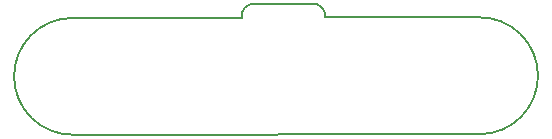
<source format=gm1>
G04 #@! TF.GenerationSoftware,KiCad,Pcbnew,(6.0.0)*
G04 #@! TF.CreationDate,2022-01-15T11:29:00+07:00*
G04 #@! TF.ProjectId,Unified-Daughterboard,556e6966-6965-4642-9d44-617567687465,C3*
G04 #@! TF.SameCoordinates,Original*
G04 #@! TF.FileFunction,Profile,NP*
%FSLAX46Y46*%
G04 Gerber Fmt 4.6, Leading zero omitted, Abs format (unit mm)*
G04 Created by KiCad (PCBNEW (6.0.0)) date 2022-01-15 11:29:00*
%MOMM*%
%LPD*%
G01*
G04 APERTURE LIST*
G04 #@! TA.AperFunction,Profile*
%ADD10C,0.150000*%
G04 #@! TD*
G04 APERTURE END LIST*
D10*
X57212500Y-67643000D02*
X91642500Y-67593000D01*
X57042500Y-57733000D02*
X71452500Y-57723000D01*
X91622500Y-67593000D02*
G75*
G03*
X91522500Y-57693000I-29697J4950205D01*
G01*
X78502500Y-57673000D02*
X91582500Y-57693000D01*
X57112500Y-57753000D02*
G75*
G03*
X57192500Y-67633000I9836J-4940244D01*
G01*
X78532500Y-57673000D02*
G75*
G03*
X77372500Y-56543000I-1036504J96376D01*
G01*
X72574536Y-56552871D02*
G75*
G03*
X71444536Y-57712871I-96376J-1036504D01*
G01*
X72592500Y-56552871D02*
X77372500Y-56543000D01*
M02*

</source>
